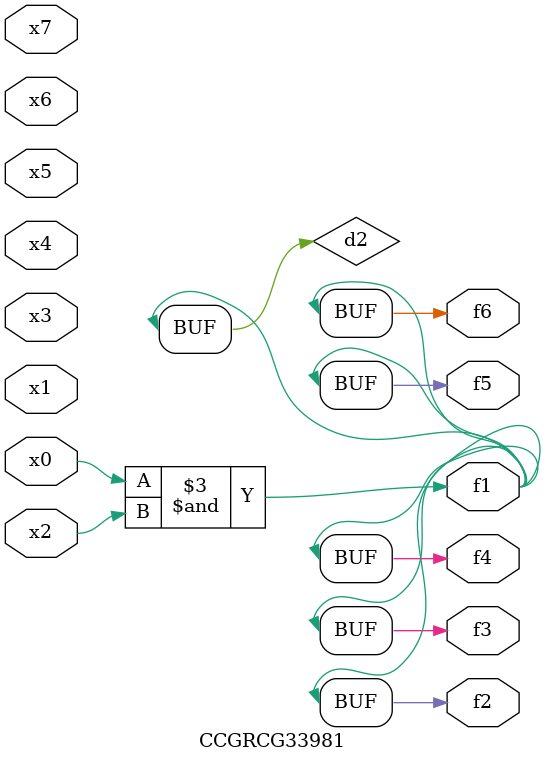
<source format=v>
module CCGRCG33981(
	input x0, x1, x2, x3, x4, x5, x6, x7,
	output f1, f2, f3, f4, f5, f6
);

	wire d1, d2;

	nor (d1, x3, x6);
	and (d2, x0, x2);
	assign f1 = d2;
	assign f2 = d2;
	assign f3 = d2;
	assign f4 = d2;
	assign f5 = d2;
	assign f6 = d2;
endmodule

</source>
